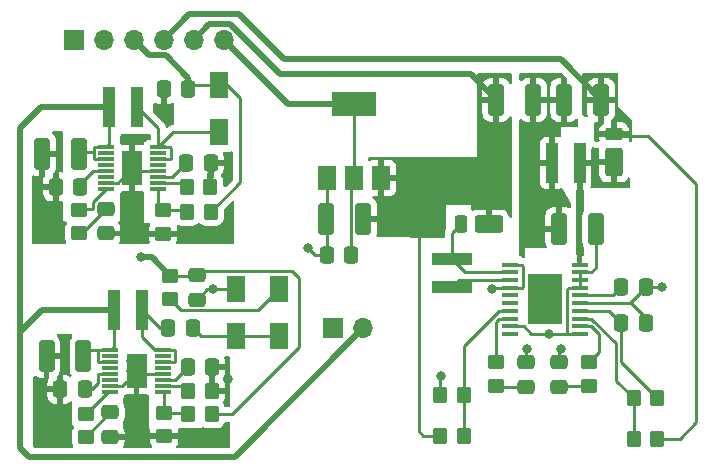
<source format=gbr>
%TF.GenerationSoftware,KiCad,Pcbnew,7.0.6-0*%
%TF.CreationDate,2024-01-22T13:27:35-05:00*%
%TF.ProjectId,regulators,72656775-6c61-4746-9f72-732e6b696361,rev?*%
%TF.SameCoordinates,Original*%
%TF.FileFunction,Copper,L1,Top*%
%TF.FilePolarity,Positive*%
%FSLAX46Y46*%
G04 Gerber Fmt 4.6, Leading zero omitted, Abs format (unit mm)*
G04 Created by KiCad (PCBNEW 7.0.6-0) date 2024-01-22 13:27:35*
%MOMM*%
%LPD*%
G01*
G04 APERTURE LIST*
G04 Aperture macros list*
%AMRoundRect*
0 Rectangle with rounded corners*
0 $1 Rounding radius*
0 $2 $3 $4 $5 $6 $7 $8 $9 X,Y pos of 4 corners*
0 Add a 4 corners polygon primitive as box body*
4,1,4,$2,$3,$4,$5,$6,$7,$8,$9,$2,$3,0*
0 Add four circle primitives for the rounded corners*
1,1,$1+$1,$2,$3*
1,1,$1+$1,$4,$5*
1,1,$1+$1,$6,$7*
1,1,$1+$1,$8,$9*
0 Add four rect primitives between the rounded corners*
20,1,$1+$1,$2,$3,$4,$5,0*
20,1,$1+$1,$4,$5,$6,$7,0*
20,1,$1+$1,$6,$7,$8,$9,0*
20,1,$1+$1,$8,$9,$2,$3,0*%
G04 Aperture macros list end*
%TA.AperFunction,SMDPad,CuDef*%
%ADD10RoundRect,0.250000X-0.475000X0.337500X-0.475000X-0.337500X0.475000X-0.337500X0.475000X0.337500X0*%
%TD*%
%TA.AperFunction,SMDPad,CuDef*%
%ADD11RoundRect,0.250000X0.350000X0.450000X-0.350000X0.450000X-0.350000X-0.450000X0.350000X-0.450000X0*%
%TD*%
%TA.AperFunction,SMDPad,CuDef*%
%ADD12R,1.425000X0.300000*%
%TD*%
%TA.AperFunction,SMDPad,CuDef*%
%ADD13R,1.753000X2.947000*%
%TD*%
%TA.AperFunction,SMDPad,CuDef*%
%ADD14R,0.980000X3.400000*%
%TD*%
%TA.AperFunction,SMDPad,CuDef*%
%ADD15R,3.400000X0.980000*%
%TD*%
%TA.AperFunction,SMDPad,CuDef*%
%ADD16RoundRect,0.250000X-0.500000X0.950000X-0.500000X-0.950000X0.500000X-0.950000X0.500000X0.950000X0*%
%TD*%
%TA.AperFunction,SMDPad,CuDef*%
%ADD17RoundRect,0.250000X-0.500000X0.275000X-0.500000X-0.275000X0.500000X-0.275000X0.500000X0.275000X0*%
%TD*%
%TA.AperFunction,SMDPad,CuDef*%
%ADD18RoundRect,0.250000X-0.412500X-1.100000X0.412500X-1.100000X0.412500X1.100000X-0.412500X1.100000X0*%
%TD*%
%TA.AperFunction,ComponentPad*%
%ADD19R,1.700000X1.700000*%
%TD*%
%TA.AperFunction,ComponentPad*%
%ADD20O,1.700000X1.700000*%
%TD*%
%TA.AperFunction,SMDPad,CuDef*%
%ADD21RoundRect,0.250000X-0.337500X-0.475000X0.337500X-0.475000X0.337500X0.475000X-0.337500X0.475000X0*%
%TD*%
%TA.AperFunction,SMDPad,CuDef*%
%ADD22RoundRect,0.250000X0.337500X0.475000X-0.337500X0.475000X-0.337500X-0.475000X0.337500X-0.475000X0*%
%TD*%
%TA.AperFunction,SMDPad,CuDef*%
%ADD23R,1.600000X2.250000*%
%TD*%
%TA.AperFunction,SMDPad,CuDef*%
%ADD24RoundRect,0.250000X-0.350000X-0.450000X0.350000X-0.450000X0.350000X0.450000X-0.350000X0.450000X0*%
%TD*%
%TA.AperFunction,SMDPad,CuDef*%
%ADD25RoundRect,0.250000X-0.450000X0.350000X-0.450000X-0.350000X0.450000X-0.350000X0.450000X0.350000X0*%
%TD*%
%TA.AperFunction,SMDPad,CuDef*%
%ADD26RoundRect,0.250000X0.450000X-0.350000X0.450000X0.350000X-0.450000X0.350000X-0.450000X-0.350000X0*%
%TD*%
%TA.AperFunction,SMDPad,CuDef*%
%ADD27R,1.500000X2.000000*%
%TD*%
%TA.AperFunction,SMDPad,CuDef*%
%ADD28R,3.800000X2.000000*%
%TD*%
%TA.AperFunction,SMDPad,CuDef*%
%ADD29RoundRect,0.250000X-0.950000X-0.500000X0.950000X-0.500000X0.950000X0.500000X-0.950000X0.500000X0*%
%TD*%
%TA.AperFunction,SMDPad,CuDef*%
%ADD30RoundRect,0.250000X-0.275000X-0.500000X0.275000X-0.500000X0.275000X0.500000X-0.275000X0.500000X0*%
%TD*%
%TA.AperFunction,SMDPad,CuDef*%
%ADD31R,1.450000X0.450000*%
%TD*%
%TA.AperFunction,SMDPad,CuDef*%
%ADD32R,3.000000X4.200000*%
%TD*%
%TA.AperFunction,SMDPad,CuDef*%
%ADD33RoundRect,0.250000X0.412500X1.100000X-0.412500X1.100000X-0.412500X-1.100000X0.412500X-1.100000X0*%
%TD*%
%TA.AperFunction,ViaPad*%
%ADD34C,0.800000*%
%TD*%
%TA.AperFunction,Conductor*%
%ADD35C,0.500000*%
%TD*%
%TA.AperFunction,Conductor*%
%ADD36C,0.250000*%
%TD*%
G04 APERTURE END LIST*
D10*
%TO.P,CN3,1*%
%TO.N,Net-(CN3-Pad1)*%
X77355500Y-80948500D03*
%TO.P,CN3,2*%
%TO.N,GND*%
X77355500Y-83023500D03*
%TD*%
D11*
%TO.P,RFB1_1,1*%
%TO.N,Net-(U1-FB1)*%
X107311000Y-79499000D03*
%TO.P,RFB1_1,2*%
%TO.N,GND*%
X105311000Y-79499000D03*
%TD*%
D12*
%TO.P,IC1,1,EN/UVLO*%
%TO.N,+3.7 V*%
X77025000Y-58515000D03*
%TO.P,IC1,2,NO_PIN_1*%
%TO.N,unconnected-(IC1-NO_PIN_1-Pad2)*%
X77025000Y-59015000D03*
%TO.P,IC1,3,VIN*%
%TO.N,+3.7 V*%
X77025000Y-59515000D03*
%TO.P,IC1,4,NO_PIN_2*%
%TO.N,unconnected-(IC1-NO_PIN_2-Pad4)*%
X77025000Y-60015000D03*
%TO.P,IC1,5,INTVCC*%
%TO.N,Net-(IC1-INTVCC)*%
X77025000Y-60515000D03*
%TO.P,IC1,6,NC*%
%TO.N,unconnected-(IC1-NC-Pad6)*%
X77025000Y-61015000D03*
%TO.P,IC1,7,BIAS*%
%TO.N,GND*%
X77025000Y-61515000D03*
%TO.P,IC1,8,VC*%
%TO.N,Net-(IC1-VC)*%
X77025000Y-62015000D03*
%TO.P,IC1,9,FBX*%
%TO.N,Net-(IC1-FBX)*%
X81449000Y-62015000D03*
%TO.P,IC1,10,RT*%
%TO.N,Net-(IC1-RT)*%
X81449000Y-61515000D03*
%TO.P,IC1,11,SS*%
%TO.N,Net-(IC1-SS)*%
X81449000Y-61015000D03*
%TO.P,IC1,12,SYNC/MODE*%
%TO.N,GND*%
X81449000Y-60515000D03*
%TO.P,IC1,13,NO_PIN_3*%
%TO.N,unconnected-(IC1-NO_PIN_3-Pad13)*%
X81449000Y-60015000D03*
%TO.P,IC1,14,SW2*%
%TO.N,Net-(DP1-A)*%
X81449000Y-59515000D03*
%TO.P,IC1,15,NO_PIN_4*%
%TO.N,unconnected-(IC1-NO_PIN_4-Pad15)*%
X81449000Y-59015000D03*
%TO.P,IC1,16,SW1*%
%TO.N,Net-(DP1-A)*%
X81449000Y-58515000D03*
D13*
%TO.P,IC1,17,PGND*%
%TO.N,GND*%
X79237000Y-60265000D03*
%TD*%
D14*
%TO.P,L2_1,1,1*%
%TO.N,Net-(D1-canode)*%
X117106000Y-59820000D03*
%TO.P,L2_1,2,2*%
%TO.N,GND*%
X114736000Y-59820000D03*
%TD*%
D11*
%TO.P,RP4,1*%
%TO.N,+34 V*%
X85878000Y-63976000D03*
%TO.P,RP4,2*%
%TO.N,Net-(IC1-FBX)*%
X83878000Y-63976000D03*
%TD*%
D15*
%TO.P,L1_1,1,1*%
%TO.N,Net-(U1-INBK)*%
X106311000Y-70361000D03*
%TO.P,L1_1,2,2*%
%TO.N,Net-(D2-anode)*%
X106311000Y-67991000D03*
%TD*%
D16*
%TO.P,D1,1,canode*%
%TO.N,Net-(D1-canode)*%
X120027000Y-59782000D03*
D17*
%TO.P,D1,2,anode*%
%TO.N,-15V*%
X120027000Y-57407000D03*
%TD*%
D18*
%TO.P,CP1,1*%
%TO.N,GND*%
X71589500Y-59055000D03*
%TO.P,CP1,2*%
%TO.N,+3.7 V*%
X74714500Y-59055000D03*
%TD*%
D19*
%TO.P,J2,1,Pin_1*%
%TO.N,GND*%
X96236000Y-73832000D03*
D20*
%TO.P,J2,2,Pin_2*%
%TO.N,+3.7 V*%
X98776000Y-73832000D03*
%TD*%
D21*
%TO.P,CVREF_1,1*%
%TO.N,Net-(U1-VREF)*%
X120640500Y-73409000D03*
%TO.P,CVREF_1,2*%
%TO.N,GND*%
X122715500Y-73409000D03*
%TD*%
D22*
%TO.P,CVREG_1,1*%
%TO.N,GND*%
X122715500Y-70361000D03*
%TO.P,CVREG_1,2*%
%TO.N,Net-(U1-VREG)*%
X120640500Y-70361000D03*
%TD*%
D23*
%TO.P,DP1,1,K*%
%TO.N,+34 V*%
X86614000Y-53245000D03*
%TO.P,DP1,2,A*%
%TO.N,Net-(DP1-A)*%
X86614000Y-57245000D03*
%TD*%
D24*
%TO.P,RP1,1*%
%TO.N,Net-(IC1-RT)*%
X83836000Y-61849000D03*
%TO.P,RP1,2*%
%TO.N,GND*%
X85836000Y-61849000D03*
%TD*%
D21*
%TO.P,CN2,1*%
%TO.N,Net-(IC2-SS)*%
X83925500Y-77089000D03*
%TO.P,CN2,2*%
%TO.N,GND*%
X86000500Y-77089000D03*
%TD*%
D25*
%TO.P,RP3,1*%
%TO.N,Net-(IC1-FBX)*%
X81830000Y-63849000D03*
%TO.P,RP3,2*%
%TO.N,GND*%
X81830000Y-65849000D03*
%TD*%
D11*
%TO.P,RFT1_1,1*%
%TO.N,Net-(U1-FB1)*%
X107295000Y-82928000D03*
%TO.P,RFT1_1,2*%
%TO.N,+15 V*%
X105295000Y-82928000D03*
%TD*%
D26*
%TO.P,RC2_1,1*%
%TO.N,Net-(CC2_1-Pad2)*%
X117868000Y-78721000D03*
%TO.P,RC2_1,2*%
%TO.N,Net-(U1-COMP2)*%
X117868000Y-76721000D03*
%TD*%
D10*
%TO.P,CN5,1*%
%TO.N,-34 V*%
X84709000Y-69320500D03*
%TO.P,CN5,2*%
%TO.N,GND*%
X84709000Y-71395500D03*
%TD*%
D12*
%TO.P,IC2,1,EN/UVLO*%
%TO.N,+3.7 V*%
X77376500Y-75692000D03*
%TO.P,IC2,2,NO_PIN_1*%
%TO.N,unconnected-(IC2-NO_PIN_1-Pad2)*%
X77376500Y-76192000D03*
%TO.P,IC2,3,VIN*%
%TO.N,+3.7 V*%
X77376500Y-76692000D03*
%TO.P,IC2,4,NO_PIN_2*%
%TO.N,unconnected-(IC2-NO_PIN_2-Pad4)*%
X77376500Y-77192000D03*
%TO.P,IC2,5,INTVCC*%
%TO.N,Net-(IC2-INTVCC)*%
X77376500Y-77692000D03*
%TO.P,IC2,6,NC*%
%TO.N,unconnected-(IC2-NC-Pad6)*%
X77376500Y-78192000D03*
%TO.P,IC2,7,BIAS*%
%TO.N,GND*%
X77376500Y-78692000D03*
%TO.P,IC2,8,VC*%
%TO.N,Net-(IC2-VC)*%
X77376500Y-79192000D03*
%TO.P,IC2,9,FBX*%
%TO.N,Net-(IC2-FBX)*%
X81800500Y-79192000D03*
%TO.P,IC2,10,RT*%
%TO.N,Net-(IC2-RT)*%
X81800500Y-78692000D03*
%TO.P,IC2,11,SS*%
%TO.N,Net-(IC2-SS)*%
X81800500Y-78192000D03*
%TO.P,IC2,12,SYNC/MODE*%
%TO.N,GND*%
X81800500Y-77692000D03*
%TO.P,IC2,13,NO_PIN_3*%
%TO.N,unconnected-(IC2-NO_PIN_3-Pad13)*%
X81800500Y-77192000D03*
%TO.P,IC2,14,SW2*%
%TO.N,Net-(IC2-SW1)*%
X81800500Y-76692000D03*
%TO.P,IC2,15,NO_PIN_4*%
%TO.N,unconnected-(IC2-NO_PIN_4-Pad15)*%
X81800500Y-76192000D03*
%TO.P,IC2,16,SW1*%
%TO.N,Net-(IC2-SW1)*%
X81800500Y-75692000D03*
D13*
%TO.P,IC2,17,PGND*%
%TO.N,GND*%
X79588500Y-77442000D03*
%TD*%
D27*
%TO.P,U2,1,GND*%
%TO.N,GND*%
X95714000Y-61107000D03*
%TO.P,U2,2,OUTPUT*%
%TO.N,+5 V*%
X98014000Y-61107000D03*
D28*
X98014000Y-54807000D03*
D27*
%TO.P,U2,3,INPUT*%
%TO.N,+15 V*%
X100314000Y-61107000D03*
%TD*%
D22*
%TO.P,CP5,1*%
%TO.N,+34 V*%
X83968500Y-53594000D03*
%TO.P,CP5,2*%
%TO.N,GND*%
X81893500Y-53594000D03*
%TD*%
D14*
%TO.P,LP1,1,1*%
%TO.N,+3.7 V*%
X77301000Y-55118000D03*
%TO.P,LP1,2,2*%
%TO.N,Net-(DP1-A)*%
X79671000Y-55118000D03*
%TD*%
D19*
%TO.P,J1,1,Pin_1*%
%TO.N,GND*%
X74295000Y-49403000D03*
D20*
%TO.P,J1,2,Pin_2*%
%TO.N,-34 V*%
X76835000Y-49403000D03*
%TO.P,J1,3,Pin_3*%
%TO.N,+34 V*%
X79375000Y-49403000D03*
%TO.P,J1,4,Pin_4*%
%TO.N,-15V*%
X81915000Y-49403000D03*
%TO.P,J1,5,Pin_5*%
%TO.N,+15 V*%
X84455000Y-49403000D03*
%TO.P,J1,6,Pin_6*%
%TO.N,+5 V*%
X86995000Y-49403000D03*
%TD*%
D24*
%TO.P,RFT2_1,1*%
%TO.N,Net-(U1-FB2)*%
X121694000Y-83182000D03*
%TO.P,RFT2_1,2*%
%TO.N,-15V*%
X123694000Y-83182000D03*
%TD*%
D22*
%TO.P,CN4,1*%
%TO.N,Net-(IC2-INTVCC)*%
X75205500Y-78994000D03*
%TO.P,CN4,2*%
%TO.N,GND*%
X73130500Y-78994000D03*
%TD*%
D29*
%TO.P,D2,1,canode*%
%TO.N,+15 V*%
X109447000Y-65027000D03*
D30*
%TO.P,D2,2,anode*%
%TO.N,Net-(D2-anode)*%
X107072000Y-65027000D03*
%TD*%
D24*
%TO.P,RN1,1*%
%TO.N,Net-(IC2-RT)*%
X83963000Y-79121000D03*
%TO.P,RN1,2*%
%TO.N,GND*%
X85963000Y-79121000D03*
%TD*%
D10*
%TO.P,CC1_1,1*%
%TO.N,GND*%
X112534000Y-76705000D03*
%TO.P,CC1_1,2*%
%TO.N,Net-(CC1_1-Pad2)*%
X112534000Y-78780000D03*
%TD*%
D26*
%TO.P,RN5,1*%
%TO.N,Net-(DN1-A)*%
X82423000Y-71358000D03*
%TO.P,RN5,2*%
%TO.N,-34 V*%
X82423000Y-69358000D03*
%TD*%
D10*
%TO.P,CP3,1*%
%TO.N,Net-(CP3-Pad1)*%
X77004000Y-63722000D03*
%TO.P,CP3,2*%
%TO.N,GND*%
X77004000Y-65797000D03*
%TD*%
D18*
%TO.P,CN1,1*%
%TO.N,GND*%
X71970500Y-76200000D03*
%TO.P,CN1,2*%
%TO.N,+3.7 V*%
X75095500Y-76200000D03*
%TD*%
D25*
%TO.P,RN3,1*%
%TO.N,Net-(IC2-FBX)*%
X81927500Y-80970000D03*
%TO.P,RN3,2*%
%TO.N,GND*%
X81927500Y-82970000D03*
%TD*%
D11*
%TO.P,RN4,1*%
%TO.N,-34 V*%
X85975500Y-81097000D03*
%TO.P,RN4,2*%
%TO.N,Net-(IC2-FBX)*%
X83975500Y-81097000D03*
%TD*%
D23*
%TO.P,DN1,1,K*%
%TO.N,Net-(DN1-K)*%
X91694000Y-74517000D03*
%TO.P,DN1,2,A*%
%TO.N,Net-(DN1-A)*%
X91694000Y-70517000D03*
%TD*%
%TO.P,DN2,1,K*%
%TO.N,GND*%
X88011000Y-70517000D03*
%TO.P,DN2,2,A*%
%TO.N,Net-(DN1-K)*%
X88011000Y-74517000D03*
%TD*%
D22*
%TO.P,CP4,1*%
%TO.N,Net-(IC1-INTVCC)*%
X74824500Y-61849000D03*
%TO.P,CP4,2*%
%TO.N,GND*%
X72749500Y-61849000D03*
%TD*%
D18*
%TO.P,COUT2_1,1*%
%TO.N,GND*%
X115797500Y-54486000D03*
%TO.P,COUT2_1,2*%
%TO.N,-15V*%
X118922500Y-54486000D03*
%TD*%
D26*
%TO.P,RC1_1,1*%
%TO.N,Net-(CC1_1-Pad2)*%
X109994000Y-78721000D03*
%TO.P,RC1_1,2*%
%TO.N,Net-(U1-COMP1)*%
X109994000Y-76721000D03*
%TD*%
D31*
%TO.P,U1,1,PGND*%
%TO.N,GND*%
X111223000Y-68449000D03*
%TO.P,U1,2,SW1*%
%TO.N,Net-(D2-anode)*%
X111223000Y-69099000D03*
%TO.P,U1,3,INBK*%
%TO.N,Net-(U1-INBK)*%
X111223000Y-69749000D03*
%TO.P,U1,4,SYNC/FREQ*%
%TO.N,GND*%
X111223000Y-70399000D03*
%TO.P,U1,5,SEQ*%
%TO.N,unconnected-(U1-SEQ-Pad5)*%
X111223000Y-71049000D03*
%TO.P,U1,6,SLEW*%
%TO.N,unconnected-(U1-SLEW-Pad6)*%
X111223000Y-71699000D03*
%TO.P,U1,7,FB1*%
%TO.N,Net-(U1-FB1)*%
X111223000Y-72349000D03*
%TO.P,U1,8,COMP1*%
%TO.N,Net-(U1-COMP1)*%
X111223000Y-72999000D03*
%TO.P,U1,9,EN1*%
%TO.N,+3.7 V*%
X111223000Y-73649000D03*
%TO.P,U1,10,SS*%
%TO.N,unconnected-(U1-SS-Pad10)*%
X111223000Y-74299000D03*
%TO.P,U1,11,EN2*%
%TO.N,+3.7 V*%
X117123000Y-74299000D03*
%TO.P,U1,12,COMP2*%
%TO.N,Net-(U1-COMP2)*%
X117123000Y-73649000D03*
%TO.P,U1,13,FB2*%
%TO.N,Net-(U1-FB2)*%
X117123000Y-72999000D03*
%TO.P,U1,14,VREF*%
%TO.N,Net-(U1-VREF)*%
X117123000Y-72349000D03*
%TO.P,U1,15,AGND*%
%TO.N,GND*%
X117123000Y-71699000D03*
%TO.P,U1,16,VREG*%
%TO.N,Net-(U1-VREG)*%
X117123000Y-71049000D03*
%TO.P,U1,17,PVIN1*%
%TO.N,+3.7 V*%
X117123000Y-70399000D03*
%TO.P,U1,18,PVINSYS*%
X117123000Y-69749000D03*
%TO.P,U1,19,PVIN2*%
X117123000Y-69099000D03*
%TO.P,U1,20,SW2*%
%TO.N,Net-(D1-canode)*%
X117123000Y-68449000D03*
D32*
%TO.P,U1,21,AGND*%
%TO.N,GND*%
X114173000Y-71374000D03*
%TD*%
D14*
%TO.P,LN1,1,1*%
%TO.N,+3.7 V*%
X77682000Y-72263000D03*
%TO.P,LN1,2,2*%
%TO.N,Net-(IC2-SW1)*%
X80052000Y-72263000D03*
%TD*%
D18*
%TO.P,CIN_1,1*%
%TO.N,GND*%
X115378000Y-65408000D03*
%TO.P,CIN_1,2*%
%TO.N,+3.7 V*%
X118503000Y-65408000D03*
%TD*%
D33*
%TO.P,C1,1*%
%TO.N,+15 V*%
X98776000Y-64561000D03*
%TO.P,C1,2*%
%TO.N,GND*%
X95651000Y-64561000D03*
%TD*%
D21*
%TO.P,CN6,1*%
%TO.N,Net-(IC2-SW1)*%
X82274500Y-73787000D03*
%TO.P,CN6,2*%
%TO.N,Net-(DN1-K)*%
X84349500Y-73787000D03*
%TD*%
D10*
%TO.P,CC2_1,1*%
%TO.N,GND*%
X115328000Y-76705000D03*
%TO.P,CC2_1,2*%
%TO.N,Net-(CC2_1-Pad2)*%
X115328000Y-78780000D03*
%TD*%
D25*
%TO.P,RP2,1*%
%TO.N,Net-(IC1-VC)*%
X74718000Y-63770000D03*
%TO.P,RP2,2*%
%TO.N,Net-(CP3-Pad1)*%
X74718000Y-65770000D03*
%TD*%
D21*
%TO.P,CP2,1*%
%TO.N,Net-(IC1-SS)*%
X83798500Y-59817000D03*
%TO.P,CP2,2*%
%TO.N,GND*%
X85873500Y-59817000D03*
%TD*%
D18*
%TO.P,COUT1_1,1*%
%TO.N,+15 V*%
X110044000Y-54486000D03*
%TO.P,COUT1_1,2*%
%TO.N,GND*%
X113169000Y-54486000D03*
%TD*%
D22*
%TO.P,C2,1*%
%TO.N,+5 V*%
X97781500Y-67609000D03*
%TO.P,C2,2*%
%TO.N,GND*%
X95706500Y-67609000D03*
%TD*%
D11*
%TO.P,RFB2_1,1*%
%TO.N,Net-(U1-VREF)*%
X123694000Y-79753000D03*
%TO.P,RFB2_1,2*%
%TO.N,Net-(U1-FB2)*%
X121694000Y-79753000D03*
%TD*%
D25*
%TO.P,RN2,1*%
%TO.N,Net-(IC2-VC)*%
X75311000Y-81042000D03*
%TO.P,RN2,2*%
%TO.N,Net-(CN3-Pad1)*%
X75311000Y-83042000D03*
%TD*%
D34*
%TO.N,GND*%
X113411000Y-69977000D03*
X124079000Y-70358000D03*
X79654400Y-61061600D03*
X78856000Y-60166000D03*
X113030000Y-63754000D03*
X78856000Y-59277000D03*
X94107000Y-67056000D03*
X114300000Y-71882000D03*
X113411000Y-70993000D03*
X114300000Y-69977000D03*
X87376000Y-78105000D03*
X105410000Y-77851000D03*
X72644000Y-81915000D03*
X79969500Y-77442000D03*
X79969500Y-78331000D03*
X115189000Y-71882000D03*
X109728000Y-70485000D03*
X115189000Y-72771000D03*
X112649000Y-75565000D03*
X79146400Y-76555600D03*
X115189000Y-69977000D03*
X86106000Y-70485000D03*
X113411000Y-71882000D03*
X79654400Y-60147200D03*
X79146400Y-77419200D03*
X79654400Y-59283600D03*
X115062000Y-70993000D03*
X114300000Y-70993000D03*
X114173000Y-72771000D03*
X79969500Y-76553000D03*
X72263000Y-64643000D03*
X79146400Y-78333600D03*
X82042000Y-55626000D03*
X115570000Y-75565000D03*
X78856000Y-61055000D03*
X87249000Y-60833000D03*
X113284000Y-72771000D03*
%TO.N,+3.7 V*%
X114554000Y-74299000D03*
%TO.N,-34 V*%
X80010000Y-67818000D03*
%TD*%
D35*
%TO.N,+15 V*%
X84455000Y-49403000D02*
X85755000Y-48103000D01*
X85755000Y-48103000D02*
X87533478Y-48103000D01*
D36*
X105295000Y-82928000D02*
X105292000Y-82931000D01*
D35*
X91754478Y-52324000D02*
X107882000Y-52324000D01*
X107882000Y-52324000D02*
X110044000Y-54486000D01*
D36*
X103886000Y-82931000D02*
X103505000Y-82550000D01*
D35*
X87533478Y-48103000D02*
X91754478Y-52324000D01*
D36*
X105292000Y-82931000D02*
X103886000Y-82931000D01*
X103505000Y-82550000D02*
X103505000Y-61025000D01*
%TO.N,GND*%
X85587500Y-70517000D02*
X86074000Y-70517000D01*
X77409000Y-82970000D02*
X77355500Y-83023500D01*
X79588500Y-77442000D02*
X79611300Y-77419200D01*
X124076000Y-70361000D02*
X124079000Y-70358000D01*
X84709000Y-71395500D02*
X85587500Y-70517000D01*
X105311000Y-79499000D02*
X105311000Y-77950000D01*
X122715500Y-73409000D02*
X122715500Y-72931500D01*
X109814000Y-70399000D02*
X109728000Y-70485000D01*
X121493750Y-71582750D02*
X122715500Y-70361000D01*
X105311000Y-77950000D02*
X105410000Y-77851000D01*
X79336000Y-60166000D02*
X79654400Y-60147200D01*
X79146400Y-77884100D02*
X79146400Y-77884100D01*
X112534000Y-75680000D02*
X112649000Y-75565000D01*
X86106000Y-70485000D02*
X86138000Y-70517000D01*
X79146400Y-77884100D02*
X79146400Y-78333600D01*
X79611300Y-77419200D02*
X79146400Y-77419200D01*
X117123000Y-71699000D02*
X121377500Y-71699000D01*
X121493750Y-71709750D02*
X121493750Y-71582750D01*
X80219500Y-77692000D02*
X79969500Y-77442000D01*
X86074000Y-70517000D02*
X86106000Y-70485000D01*
X115328000Y-75807000D02*
X115570000Y-75565000D01*
X95651000Y-64561000D02*
X95714000Y-64498000D01*
X95706500Y-67609000D02*
X95706500Y-64616500D01*
X112534000Y-76705000D02*
X112534000Y-75680000D01*
X94660000Y-67609000D02*
X94107000Y-67056000D01*
X122715500Y-70361000D02*
X124076000Y-70361000D01*
X81449000Y-60515000D02*
X79487000Y-60515000D01*
X79146400Y-78333600D02*
X78696900Y-78333600D01*
X95706500Y-67609000D02*
X94660000Y-67609000D01*
X79654400Y-60147200D02*
X79237000Y-60265000D01*
X79146400Y-77419200D02*
X79146400Y-77884100D01*
X86138000Y-70517000D02*
X88011000Y-70517000D01*
X81778000Y-65797000D02*
X81830000Y-65849000D01*
X121377500Y-71699000D02*
X121493750Y-71582750D01*
X81800500Y-77692000D02*
X80219500Y-77692000D01*
X95706500Y-64616500D02*
X95651000Y-64561000D01*
X78338500Y-78692000D02*
X77376500Y-78692000D01*
X112273000Y-68524000D02*
X112273000Y-70324000D01*
X112273000Y-70324000D02*
X112198000Y-70399000D01*
X112198000Y-68449000D02*
X112273000Y-68524000D01*
X122715500Y-72931500D02*
X121493750Y-71709750D01*
X78696900Y-78333600D02*
X78338500Y-78692000D01*
X77025000Y-61515000D02*
X77987000Y-61515000D01*
X79487000Y-60515000D02*
X79237000Y-60265000D01*
X79838500Y-77692000D02*
X79588500Y-77442000D01*
X79969500Y-77442000D02*
X79838500Y-77692000D01*
X112198000Y-70399000D02*
X111223000Y-70399000D01*
X77987000Y-61515000D02*
X78447000Y-61055000D01*
X115328000Y-76705000D02*
X115328000Y-75807000D01*
X111223000Y-68449000D02*
X112198000Y-68449000D01*
X111223000Y-70399000D02*
X109814000Y-70399000D01*
X95714000Y-64498000D02*
X95714000Y-61107000D01*
X85661500Y-61398500D02*
X85624000Y-61436000D01*
X78447000Y-61055000D02*
X78856000Y-61055000D01*
%TO.N,+5 V*%
X97781500Y-67609000D02*
X97781500Y-61339500D01*
X98014000Y-61107000D02*
X98014000Y-54807000D01*
X97781500Y-61339500D02*
X98014000Y-61107000D01*
D35*
X86995000Y-49403000D02*
X92399000Y-54807000D01*
X92399000Y-54807000D02*
X98014000Y-54807000D01*
D36*
%TO.N,Net-(CC1_1-Pad2)*%
X110053000Y-78780000D02*
X109994000Y-78721000D01*
X112534000Y-78780000D02*
X110053000Y-78780000D01*
%TO.N,Net-(CC2_1-Pad2)*%
X115387000Y-78721000D02*
X115328000Y-78780000D01*
X117868000Y-78721000D02*
X115387000Y-78721000D01*
%TO.N,+3.7 V*%
X76339000Y-76667000D02*
X76339000Y-75717000D01*
X76012500Y-59515000D02*
X75987500Y-59490000D01*
D35*
X69723000Y-74168000D02*
X71628000Y-72263000D01*
D36*
X117123000Y-74299000D02*
X115951000Y-74299000D01*
D35*
X69723000Y-74168000D02*
X69723000Y-56896000D01*
D36*
X117123000Y-69099000D02*
X117123000Y-70399000D01*
X75603500Y-75692000D02*
X77376500Y-75692000D01*
X118503000Y-68694000D02*
X118503000Y-65408000D01*
X117123000Y-69099000D02*
X118098000Y-69099000D01*
X75987500Y-58928000D02*
X74841500Y-58928000D01*
X115998000Y-74252000D02*
X115951000Y-74299000D01*
D35*
X70485000Y-84709000D02*
X69723000Y-83947000D01*
D36*
X77682000Y-72263000D02*
X77682000Y-75386500D01*
X116148000Y-70399000D02*
X115998000Y-70549000D01*
X113023000Y-74299000D02*
X112373000Y-73649000D01*
D35*
X98776000Y-73832000D02*
X87899000Y-84709000D01*
D36*
X76364000Y-75692000D02*
X77376500Y-75692000D01*
X115998000Y-70549000D02*
X115998000Y-74252000D01*
X77301000Y-58239000D02*
X77025000Y-58515000D01*
X75987500Y-58928000D02*
X75987500Y-58540000D01*
X75987500Y-59490000D02*
X75987500Y-58928000D01*
D35*
X87899000Y-84709000D02*
X70485000Y-84709000D01*
D36*
X76012500Y-58515000D02*
X77025000Y-58515000D01*
X77376500Y-76692000D02*
X76364000Y-76692000D01*
X74841500Y-58928000D02*
X74714500Y-59055000D01*
X75095500Y-76200000D02*
X75603500Y-75692000D01*
X112373000Y-73649000D02*
X111223000Y-73649000D01*
X115951000Y-74299000D02*
X114554000Y-74299000D01*
X76339000Y-75717000D02*
X76364000Y-75692000D01*
X117123000Y-70399000D02*
X116148000Y-70399000D01*
X77301000Y-55118000D02*
X77301000Y-58239000D01*
X77682000Y-75386500D02*
X77376500Y-75692000D01*
D35*
X71501000Y-55118000D02*
X77301000Y-55118000D01*
X69723000Y-56896000D02*
X71501000Y-55118000D01*
D36*
X76364000Y-76692000D02*
X76339000Y-76667000D01*
D35*
X69723000Y-83947000D02*
X69723000Y-74168000D01*
D36*
X75987500Y-58540000D02*
X76012500Y-58515000D01*
D35*
X71628000Y-72263000D02*
X77682000Y-72263000D01*
D36*
X77025000Y-59515000D02*
X76012500Y-59515000D01*
X118098000Y-69099000D02*
X118503000Y-68694000D01*
X114554000Y-74299000D02*
X113023000Y-74299000D01*
%TO.N,Net-(IC2-SS)*%
X81800500Y-78192000D02*
X82822500Y-78192000D01*
X82822500Y-78192000D02*
X83925500Y-77089000D01*
%TO.N,Net-(CN3-Pad1)*%
X75311000Y-82993000D02*
X77355500Y-80948500D01*
X75311000Y-83042000D02*
X75311000Y-82993000D01*
%TO.N,Net-(IC2-INTVCC)*%
X75205500Y-78994000D02*
X75819000Y-78994000D01*
X76364000Y-77692000D02*
X77376500Y-77692000D01*
X75819000Y-78994000D02*
X76339000Y-78474000D01*
X76339000Y-77717000D02*
X76364000Y-77692000D01*
X76339000Y-78474000D02*
X76339000Y-77717000D01*
%TO.N,-34 V*%
X85068500Y-68961000D02*
X84709000Y-69320500D01*
X82423000Y-69358000D02*
X84671500Y-69358000D01*
D35*
X80883000Y-67818000D02*
X82423000Y-69358000D01*
D36*
X93345000Y-69593000D02*
X92713000Y-68961000D01*
X87689000Y-81097000D02*
X93345000Y-75441000D01*
D35*
X80010000Y-67818000D02*
X80883000Y-67818000D01*
D36*
X84671500Y-69358000D02*
X84709000Y-69320500D01*
X85975500Y-81097000D02*
X87689000Y-81097000D01*
X93345000Y-75441000D02*
X93345000Y-69593000D01*
X92713000Y-68961000D02*
X85068500Y-68961000D01*
%TO.N,Net-(IC2-SW1)*%
X81800500Y-76692000D02*
X82813000Y-76692000D01*
X80052000Y-74591000D02*
X80052000Y-72263000D01*
X81800500Y-75692000D02*
X81153000Y-75692000D01*
X82813000Y-76692000D02*
X82838000Y-76667000D01*
X82838000Y-75717000D02*
X82813000Y-75692000D01*
X82813000Y-75692000D02*
X81800500Y-75692000D01*
X82838000Y-76667000D02*
X82838000Y-75717000D01*
X82274500Y-73787000D02*
X81576000Y-73787000D01*
X81576000Y-73787000D02*
X80052000Y-72263000D01*
X81153000Y-75692000D02*
X80052000Y-74591000D01*
%TO.N,Net-(DN1-K)*%
X88011000Y-74517000D02*
X91694000Y-74517000D01*
X85079500Y-74517000D02*
X84349500Y-73787000D01*
X88011000Y-74517000D02*
X85079500Y-74517000D01*
D35*
%TO.N,-15V*%
X92075000Y-51054000D02*
X115490500Y-51054000D01*
D36*
X127000000Y-81788000D02*
X127000000Y-61595000D01*
X122936000Y-57531000D02*
X120151000Y-57531000D01*
D35*
X88265000Y-47244000D02*
X92075000Y-51054000D01*
D36*
X123694000Y-83182000D02*
X125606000Y-83182000D01*
D35*
X84074000Y-47244000D02*
X88265000Y-47244000D01*
D36*
X120151000Y-57531000D02*
X120027000Y-57407000D01*
D35*
X115490500Y-51054000D02*
X118922500Y-54486000D01*
D36*
X125606000Y-83182000D02*
X127000000Y-81788000D01*
D35*
X81915000Y-49403000D02*
X84074000Y-47244000D01*
D36*
X127000000Y-61595000D02*
X122936000Y-57531000D01*
%TO.N,Net-(IC1-SS)*%
X81449000Y-61015000D02*
X82600500Y-61015000D01*
X82600500Y-61015000D02*
X83798500Y-59817000D01*
%TO.N,Net-(CP3-Pad1)*%
X74956000Y-65770000D02*
X77004000Y-63722000D01*
X74718000Y-65770000D02*
X74956000Y-65770000D01*
%TO.N,Net-(IC1-INTVCC)*%
X75883000Y-60515000D02*
X77025000Y-60515000D01*
X74824500Y-61849000D02*
X74824500Y-61573500D01*
X74824500Y-61573500D02*
X75883000Y-60515000D01*
%TO.N,+34 V*%
X88392000Y-61462000D02*
X88392000Y-54356000D01*
D35*
X80675000Y-50703000D02*
X82072000Y-50703000D01*
D36*
X87281000Y-53245000D02*
X86614000Y-53245000D01*
X84317500Y-53245000D02*
X83968500Y-53594000D01*
D35*
X79375000Y-49403000D02*
X80675000Y-50703000D01*
D36*
X88392000Y-54356000D02*
X87281000Y-53245000D01*
X86614000Y-53245000D02*
X84317500Y-53245000D01*
D35*
X83968500Y-52599500D02*
X83968500Y-53594000D01*
D36*
X85878000Y-63976000D02*
X88392000Y-61462000D01*
D35*
X82072000Y-50703000D02*
X83968500Y-52599500D01*
D36*
%TO.N,Net-(U1-VREF)*%
X117123000Y-72349000D02*
X119580500Y-72349000D01*
X120640500Y-76699500D02*
X123694000Y-79753000D01*
X119580500Y-72349000D02*
X120640500Y-73409000D01*
X120640500Y-73409000D02*
X120640500Y-76699500D01*
%TO.N,Net-(U1-VREG)*%
X117123000Y-71049000D02*
X119952500Y-71049000D01*
X119952500Y-71049000D02*
X120640500Y-70361000D01*
%TO.N,Net-(D2-anode)*%
X106311000Y-67991000D02*
X107419000Y-69099000D01*
X106311000Y-65788000D02*
X106311000Y-67991000D01*
X107419000Y-69099000D02*
X111223000Y-69099000D01*
X107072000Y-65027000D02*
X106311000Y-65788000D01*
%TO.N,Net-(DN1-A)*%
X82423000Y-71358000D02*
X83373000Y-72308000D01*
X89903000Y-72308000D02*
X91694000Y-70517000D01*
X83373000Y-72308000D02*
X89903000Y-72308000D01*
%TO.N,Net-(DP1-A)*%
X79671000Y-55118000D02*
X81449000Y-56896000D01*
X81449000Y-56896000D02*
X81449000Y-58515000D01*
X82461500Y-59515000D02*
X82486500Y-59490000D01*
X81449000Y-59515000D02*
X82461500Y-59515000D01*
X82719000Y-57245000D02*
X81449000Y-58515000D01*
X86614000Y-57245000D02*
X82719000Y-57245000D01*
X82461500Y-58515000D02*
X81449000Y-58515000D01*
X82486500Y-59490000D02*
X82486500Y-58540000D01*
X82486500Y-58540000D02*
X82461500Y-58515000D01*
%TO.N,Net-(IC1-VC)*%
X77025000Y-62015000D02*
X75946000Y-63094000D01*
X75946000Y-63754000D02*
X74734000Y-63754000D01*
X75946000Y-63094000D02*
X75946000Y-63754000D01*
X74734000Y-63754000D02*
X74718000Y-63770000D01*
%TO.N,Net-(IC1-FBX)*%
X83751000Y-63849000D02*
X83878000Y-63976000D01*
X81449000Y-63468000D02*
X81830000Y-63849000D01*
X81449000Y-62015000D02*
X81449000Y-63468000D01*
X81830000Y-63849000D02*
X83751000Y-63849000D01*
%TO.N,Net-(IC1-RT)*%
X81449000Y-61515000D02*
X83502000Y-61515000D01*
X83502000Y-61515000D02*
X83836000Y-61849000D01*
%TO.N,Net-(IC2-VC)*%
X77161000Y-79192000D02*
X75311000Y-81042000D01*
X77376500Y-79192000D02*
X77161000Y-79192000D01*
%TO.N,Net-(IC2-FBX)*%
X83848500Y-80970000D02*
X83975500Y-81097000D01*
X81927500Y-80970000D02*
X83848500Y-80970000D01*
X81927500Y-80970000D02*
X81927500Y-79319000D01*
X81927500Y-79319000D02*
X81800500Y-79192000D01*
%TO.N,Net-(IC2-RT)*%
X81800500Y-78692000D02*
X83534000Y-78692000D01*
X83534000Y-78692000D02*
X83963000Y-79121000D01*
%TO.N,Net-(U1-INBK)*%
X106923000Y-69749000D02*
X111223000Y-69749000D01*
X106311000Y-70361000D02*
X106923000Y-69749000D01*
%TO.N,Net-(U1-COMP1)*%
X110248000Y-72999000D02*
X111223000Y-72999000D01*
X109994000Y-76721000D02*
X109994000Y-73253000D01*
X109994000Y-73253000D02*
X110248000Y-72999000D01*
%TO.N,Net-(U1-COMP2)*%
X118745000Y-74296000D02*
X118745000Y-75844000D01*
X118098000Y-73649000D02*
X118745000Y-74296000D01*
X117123000Y-73649000D02*
X118098000Y-73649000D01*
X118745000Y-75844000D02*
X117868000Y-76721000D01*
%TO.N,Net-(U1-FB1)*%
X107295000Y-79515000D02*
X107311000Y-79499000D01*
X107311000Y-75299604D02*
X110261604Y-72349000D01*
X110261604Y-72349000D02*
X111223000Y-72349000D01*
X107311000Y-79499000D02*
X107311000Y-75299604D01*
X107295000Y-82928000D02*
X107295000Y-79515000D01*
%TO.N,Net-(U1-FB2)*%
X117123000Y-72999000D02*
X118098000Y-72999000D01*
X120190500Y-78249500D02*
X121694000Y-79753000D01*
X118098000Y-72999000D02*
X120190500Y-75091500D01*
X120190500Y-75091500D02*
X120190500Y-78249500D01*
X121694000Y-83182000D02*
X121694000Y-79753000D01*
%TD*%
%TA.AperFunction,Conductor*%
%TO.N,Net-(D1-canode)*%
G36*
X118271513Y-58501128D02*
G01*
X118278541Y-58504338D01*
X118321313Y-58516897D01*
X118345575Y-58524022D01*
X118345580Y-58524023D01*
X118345584Y-58524024D01*
X118488000Y-58544500D01*
X118488003Y-58544500D01*
X118663952Y-58544500D01*
X118730991Y-58564185D01*
X118776746Y-58616989D01*
X118787310Y-58681103D01*
X118777000Y-58782013D01*
X118777000Y-59532000D01*
X120153000Y-59532000D01*
X120220039Y-59551685D01*
X120265794Y-59604489D01*
X120277000Y-59656000D01*
X120277000Y-61481999D01*
X120576972Y-61481999D01*
X120576986Y-61481998D01*
X120679697Y-61471505D01*
X120846119Y-61416358D01*
X120846124Y-61416356D01*
X120995345Y-61324315D01*
X121119315Y-61200345D01*
X121182461Y-61097970D01*
X121234409Y-61051246D01*
X121303372Y-61040023D01*
X121367454Y-61067867D01*
X121406310Y-61125935D01*
X121412000Y-61163067D01*
X121412000Y-61852000D01*
X121392315Y-61919039D01*
X121339511Y-61964794D01*
X121288000Y-61976000D01*
X118126942Y-61976000D01*
X118059903Y-61956315D01*
X118014148Y-61903511D01*
X118004204Y-61834353D01*
X118027675Y-61777690D01*
X118039350Y-61762092D01*
X118039354Y-61762086D01*
X118089596Y-61627379D01*
X118089598Y-61627372D01*
X118095999Y-61567844D01*
X118096000Y-61567827D01*
X118096000Y-60070000D01*
X117356000Y-60070000D01*
X117356000Y-62020000D01*
X117358078Y-62022078D01*
X117418039Y-62039685D01*
X117463794Y-62092489D01*
X117475000Y-62144000D01*
X117475000Y-63841123D01*
X117456539Y-63906219D01*
X117405689Y-63988659D01*
X117405685Y-63988666D01*
X117405686Y-63988666D01*
X117350501Y-64155203D01*
X117350501Y-64155204D01*
X117350500Y-64155204D01*
X117340000Y-64257983D01*
X117340000Y-66558001D01*
X117340001Y-66558018D01*
X117350500Y-66660796D01*
X117350501Y-66660799D01*
X117405685Y-66827331D01*
X117405686Y-66827334D01*
X117456539Y-66909781D01*
X117475000Y-66974876D01*
X117475000Y-67600000D01*
X117455315Y-67667039D01*
X117402511Y-67712794D01*
X117351000Y-67724000D01*
X117348000Y-67724000D01*
X117348000Y-68249500D01*
X117328315Y-68316539D01*
X117275511Y-68362294D01*
X117224000Y-68373500D01*
X117022000Y-68373500D01*
X116954961Y-68353815D01*
X116909206Y-68301011D01*
X116898000Y-68249500D01*
X116898000Y-67724000D01*
X116876319Y-67702319D01*
X116842834Y-67640996D01*
X116840000Y-67614638D01*
X116840000Y-62087361D01*
X116856000Y-62032871D01*
X116856000Y-60032000D01*
X118777001Y-60032000D01*
X118777001Y-60781986D01*
X118787494Y-60884697D01*
X118842641Y-61051119D01*
X118842643Y-61051124D01*
X118934684Y-61200345D01*
X119058654Y-61324315D01*
X119207875Y-61416356D01*
X119207880Y-61416358D01*
X119374302Y-61471505D01*
X119374309Y-61471506D01*
X119477019Y-61481999D01*
X119776999Y-61481999D01*
X119777000Y-61481998D01*
X119777000Y-60032000D01*
X118777001Y-60032000D01*
X116856000Y-60032000D01*
X116856000Y-59694000D01*
X116875685Y-59626961D01*
X116928489Y-59581206D01*
X116980000Y-59570000D01*
X118096000Y-59570000D01*
X118096000Y-58613922D01*
X118115685Y-58546883D01*
X118168489Y-58501128D01*
X118237647Y-58491184D01*
X118271513Y-58501128D01*
G37*
%TD.AperFunction*%
%TD*%
%TA.AperFunction,Conductor*%
%TO.N,+15 V*%
G36*
X111322039Y-52216685D02*
G01*
X111367794Y-52269489D01*
X111379000Y-52321000D01*
X111379000Y-53018248D01*
X111359315Y-53085287D01*
X111306511Y-53131042D01*
X111237353Y-53140986D01*
X111173797Y-53111961D01*
X111142617Y-53070650D01*
X111140860Y-53066882D01*
X111048815Y-52917654D01*
X110924845Y-52793684D01*
X110775624Y-52701643D01*
X110775619Y-52701641D01*
X110609197Y-52646494D01*
X110609190Y-52646493D01*
X110506486Y-52636000D01*
X110294000Y-52636000D01*
X110294000Y-56335999D01*
X110506472Y-56335999D01*
X110506486Y-56335998D01*
X110609197Y-56325505D01*
X110775619Y-56270358D01*
X110775624Y-56270356D01*
X110924845Y-56178315D01*
X111048815Y-56054345D01*
X111140858Y-55905120D01*
X111142615Y-55901353D01*
X111144509Y-55899200D01*
X111144649Y-55898975D01*
X111144687Y-55898998D01*
X111188784Y-55848911D01*
X111255976Y-55829755D01*
X111322859Y-55849967D01*
X111368196Y-55903129D01*
X111379000Y-55953751D01*
X111379000Y-64337677D01*
X111359315Y-64404716D01*
X111306511Y-64450471D01*
X111237353Y-64460415D01*
X111173797Y-64431390D01*
X111137294Y-64376681D01*
X111081358Y-64207880D01*
X111081356Y-64207875D01*
X110989315Y-64058654D01*
X110865345Y-63934684D01*
X110716124Y-63842643D01*
X110716119Y-63842641D01*
X110549697Y-63787494D01*
X110549690Y-63787493D01*
X110446986Y-63777000D01*
X109697000Y-63777000D01*
X109697000Y-65153000D01*
X109677315Y-65220039D01*
X109624511Y-65265794D01*
X109573000Y-65277000D01*
X109321000Y-65277000D01*
X109253961Y-65257315D01*
X109208206Y-65204511D01*
X109197000Y-65153000D01*
X109197000Y-63777000D01*
X108447028Y-63777000D01*
X108447012Y-63777001D01*
X108344302Y-63787494D01*
X108177880Y-63842641D01*
X108177873Y-63842644D01*
X108139095Y-63866563D01*
X108071703Y-63885002D01*
X108005039Y-63864079D01*
X107960271Y-63810436D01*
X107950000Y-63761023D01*
X107950000Y-63373000D01*
X105791000Y-63373000D01*
X105791000Y-65395380D01*
X105771976Y-65460165D01*
X105772296Y-65460354D01*
X105771551Y-65461611D01*
X105771315Y-65462419D01*
X105769843Y-65464499D01*
X105768324Y-65467068D01*
X105749815Y-65509838D01*
X105747245Y-65515084D01*
X105724803Y-65555906D01*
X105719822Y-65575307D01*
X105713521Y-65593710D01*
X105705562Y-65612102D01*
X105705561Y-65612105D01*
X105698271Y-65658127D01*
X105697087Y-65663846D01*
X105685501Y-65708972D01*
X105685500Y-65708982D01*
X105685500Y-65729016D01*
X105683973Y-65748415D01*
X105680840Y-65768194D01*
X105680839Y-65768197D01*
X105685224Y-65814584D01*
X105685499Y-65820421D01*
X105685500Y-66039280D01*
X105665816Y-66106320D01*
X105613012Y-66152075D01*
X105559500Y-66163265D01*
X100011536Y-66073782D01*
X99944823Y-66053019D01*
X99899926Y-65999484D01*
X99891099Y-65930174D01*
X99895830Y-65910794D01*
X99928005Y-65813697D01*
X99928006Y-65813690D01*
X99938499Y-65710986D01*
X99938500Y-65710973D01*
X99938500Y-64811000D01*
X98650000Y-64811000D01*
X98582961Y-64791315D01*
X98537206Y-64738511D01*
X98526000Y-64687000D01*
X98526000Y-64435000D01*
X98545685Y-64367961D01*
X98598489Y-64322206D01*
X98650000Y-64311000D01*
X99938499Y-64311000D01*
X99938499Y-63411028D01*
X99938498Y-63411013D01*
X99928005Y-63308302D01*
X99872858Y-63141880D01*
X99872856Y-63141875D01*
X99780815Y-62992654D01*
X99656844Y-62868683D01*
X99656840Y-62868680D01*
X99604730Y-62836538D01*
X99558005Y-62784590D01*
X99546784Y-62715628D01*
X99574627Y-62651546D01*
X99632696Y-62612690D01*
X99669827Y-62607000D01*
X100063999Y-62607000D01*
X100563999Y-62607000D01*
X101111828Y-62607000D01*
X101111844Y-62606999D01*
X101171372Y-62600598D01*
X101171379Y-62600596D01*
X101306086Y-62550354D01*
X101306093Y-62550350D01*
X101421187Y-62464190D01*
X101421190Y-62464187D01*
X101507350Y-62349093D01*
X101507354Y-62349086D01*
X101557596Y-62214379D01*
X101557598Y-62214372D01*
X101563999Y-62154844D01*
X101564000Y-62154827D01*
X101564000Y-61357000D01*
X100564000Y-61357000D01*
X100563999Y-62607000D01*
X100063999Y-62607000D01*
X100064000Y-60856999D01*
X100563999Y-60856999D01*
X100564000Y-60857000D01*
X101564000Y-60857000D01*
X101564000Y-60059172D01*
X101563999Y-60059155D01*
X101557598Y-59999627D01*
X101557596Y-59999620D01*
X101507354Y-59864913D01*
X101507350Y-59864906D01*
X101421190Y-59749812D01*
X101421187Y-59749809D01*
X101306093Y-59663649D01*
X101306086Y-59663645D01*
X101171379Y-59613403D01*
X101171372Y-59613401D01*
X101111844Y-59607000D01*
X100564000Y-59607000D01*
X100563999Y-60856999D01*
X100064000Y-60856999D01*
X100064000Y-59607000D01*
X99516155Y-59607000D01*
X99456627Y-59613401D01*
X99456616Y-59613403D01*
X99354332Y-59651553D01*
X99284641Y-59656537D01*
X99223318Y-59623051D01*
X99189833Y-59561728D01*
X99187000Y-59535371D01*
X99187000Y-59433000D01*
X99206685Y-59365961D01*
X99259489Y-59320206D01*
X99311000Y-59309000D01*
X108458000Y-59309000D01*
X108458000Y-54736000D01*
X108881501Y-54736000D01*
X108881501Y-55635986D01*
X108891994Y-55738697D01*
X108947141Y-55905119D01*
X108947143Y-55905124D01*
X109039184Y-56054345D01*
X109163154Y-56178315D01*
X109312375Y-56270356D01*
X109312380Y-56270358D01*
X109478802Y-56325505D01*
X109478809Y-56325506D01*
X109581519Y-56335999D01*
X109793999Y-56335999D01*
X109794000Y-56335998D01*
X109794000Y-54736000D01*
X108881501Y-54736000D01*
X108458000Y-54736000D01*
X108458000Y-54236000D01*
X108881500Y-54236000D01*
X109794000Y-54236000D01*
X109794000Y-52636000D01*
X109581529Y-52636000D01*
X109581512Y-52636001D01*
X109478802Y-52646494D01*
X109312380Y-52701641D01*
X109312375Y-52701643D01*
X109163154Y-52793684D01*
X109039184Y-52917654D01*
X108947143Y-53066875D01*
X108947141Y-53066880D01*
X108891994Y-53233302D01*
X108891993Y-53233309D01*
X108881500Y-53336013D01*
X108881500Y-54236000D01*
X108458000Y-54236000D01*
X108458000Y-52321000D01*
X108477685Y-52253961D01*
X108530489Y-52208206D01*
X108582000Y-52197000D01*
X111255000Y-52197000D01*
X111322039Y-52216685D01*
G37*
%TD.AperFunction*%
%TD*%
%TA.AperFunction,Conductor*%
%TO.N,GND*%
G36*
X73349039Y-57169685D02*
G01*
X73394794Y-57222489D01*
X73406000Y-57274000D01*
X73406000Y-60517881D01*
X73386315Y-60584920D01*
X73333511Y-60630675D01*
X73264353Y-60640619D01*
X73242998Y-60635588D01*
X73239696Y-60634493D01*
X73136986Y-60624000D01*
X72999500Y-60624000D01*
X72999500Y-63073999D01*
X73136972Y-63073999D01*
X73136986Y-63073998D01*
X73239695Y-63063506D01*
X73242987Y-63062415D01*
X73245143Y-63062340D01*
X73246319Y-63062089D01*
X73246363Y-63062298D01*
X73312816Y-63060008D01*
X73372860Y-63095735D01*
X73404057Y-63158253D01*
X73406000Y-63180118D01*
X73406000Y-64770000D01*
X73564967Y-64770000D01*
X73632006Y-64789685D01*
X73677761Y-64842489D01*
X73687705Y-64911647D01*
X73670506Y-64959096D01*
X73583189Y-65100659D01*
X73583185Y-65100668D01*
X73561537Y-65165998D01*
X73528001Y-65267203D01*
X73528001Y-65267204D01*
X73528000Y-65267204D01*
X73517500Y-65369983D01*
X73517500Y-66170001D01*
X73517501Y-66170019D01*
X73528000Y-66272796D01*
X73528001Y-66272799D01*
X73583185Y-66439331D01*
X73583189Y-66439340D01*
X73611910Y-66485904D01*
X73630350Y-66553296D01*
X73609427Y-66619960D01*
X73555785Y-66664729D01*
X73506371Y-66675000D01*
X70863000Y-66675000D01*
X70795961Y-66655315D01*
X70750206Y-66602511D01*
X70739000Y-66551000D01*
X70739000Y-62099000D01*
X71662001Y-62099000D01*
X71662001Y-62373986D01*
X71672494Y-62476697D01*
X71727641Y-62643119D01*
X71727643Y-62643124D01*
X71819684Y-62792345D01*
X71943654Y-62916315D01*
X72092875Y-63008356D01*
X72092880Y-63008358D01*
X72259302Y-63063505D01*
X72259309Y-63063506D01*
X72362019Y-63073999D01*
X72499499Y-63073999D01*
X72499500Y-63073998D01*
X72499500Y-62099000D01*
X71662001Y-62099000D01*
X70739000Y-62099000D01*
X70739000Y-61599000D01*
X71662000Y-61599000D01*
X72499500Y-61599000D01*
X72499500Y-60708000D01*
X72519185Y-60640961D01*
X72571989Y-60595206D01*
X72615445Y-60585752D01*
X72618585Y-60583999D01*
X72686354Y-60474128D01*
X72686358Y-60474119D01*
X72741505Y-60307697D01*
X72741506Y-60307690D01*
X72751999Y-60204986D01*
X72752000Y-60204973D01*
X72752000Y-59305000D01*
X71839500Y-59305000D01*
X71839500Y-60847596D01*
X71819815Y-60914635D01*
X71806323Y-60927313D01*
X71727645Y-61054871D01*
X71727641Y-61054880D01*
X71672494Y-61221302D01*
X71672493Y-61221309D01*
X71662000Y-61324013D01*
X71662000Y-61599000D01*
X70739000Y-61599000D01*
X70739000Y-60971685D01*
X70758685Y-60904646D01*
X70811489Y-60858891D01*
X70880647Y-60848947D01*
X70902004Y-60853979D01*
X71024302Y-60894505D01*
X71024309Y-60894506D01*
X71127019Y-60904999D01*
X71339499Y-60904999D01*
X71339500Y-60904998D01*
X71339500Y-58929000D01*
X71359185Y-58861961D01*
X71411989Y-58816206D01*
X71463500Y-58805000D01*
X72751999Y-58805000D01*
X72751999Y-57905028D01*
X72751998Y-57905013D01*
X72741505Y-57802302D01*
X72686358Y-57635880D01*
X72686356Y-57635875D01*
X72594315Y-57486654D01*
X72469342Y-57361681D01*
X72435857Y-57300358D01*
X72440841Y-57230666D01*
X72482713Y-57174733D01*
X72548177Y-57150316D01*
X72557023Y-57150000D01*
X73282000Y-57150000D01*
X73349039Y-57169685D01*
G37*
%TD.AperFunction*%
%TA.AperFunction,Conductor*%
G36*
X80766539Y-57423685D02*
G01*
X80812294Y-57476489D01*
X80823500Y-57528000D01*
X80823500Y-57740500D01*
X80803815Y-57807539D01*
X80751011Y-57853294D01*
X80699509Y-57864500D01*
X80688634Y-57864500D01*
X80688623Y-57864501D01*
X80629016Y-57870908D01*
X80494171Y-57921202D01*
X80494169Y-57921204D01*
X80371854Y-58012769D01*
X80369938Y-58010209D01*
X80322403Y-58036166D01*
X80296045Y-58039000D01*
X80264000Y-58039000D01*
X80264000Y-58167500D01*
X80244315Y-58234539D01*
X80191511Y-58280294D01*
X80140000Y-58291500D01*
X79487000Y-58291500D01*
X79487000Y-62238500D01*
X80140000Y-62238500D01*
X80207039Y-62258185D01*
X80252794Y-62310989D01*
X80264000Y-62362500D01*
X80264000Y-64897000D01*
X80647948Y-64897000D01*
X80714987Y-64916685D01*
X80760742Y-64969489D01*
X80770686Y-65038647D01*
X80753487Y-65086097D01*
X80695643Y-65179875D01*
X80695641Y-65179880D01*
X80640494Y-65346302D01*
X80640493Y-65346309D01*
X80630000Y-65449013D01*
X80630000Y-65599000D01*
X83029999Y-65599000D01*
X83029999Y-65449028D01*
X83029998Y-65449013D01*
X83019506Y-65346304D01*
X82979993Y-65227065D01*
X82977591Y-65157236D01*
X83013322Y-65097194D01*
X83075842Y-65066001D01*
X83145302Y-65073561D01*
X83162795Y-65082521D01*
X83208659Y-65110810D01*
X83208660Y-65110810D01*
X83208666Y-65110814D01*
X83375203Y-65165999D01*
X83477991Y-65176500D01*
X84278008Y-65176499D01*
X84278016Y-65176498D01*
X84278019Y-65176498D01*
X84334302Y-65170748D01*
X84380797Y-65165999D01*
X84547334Y-65110814D01*
X84696656Y-65018712D01*
X84782048Y-64933318D01*
X84843372Y-64899834D01*
X84869730Y-64897000D01*
X84886270Y-64897000D01*
X84953309Y-64916685D01*
X84973951Y-64933319D01*
X85059344Y-65018712D01*
X85208666Y-65110814D01*
X85375203Y-65165999D01*
X85477991Y-65176500D01*
X86278008Y-65176499D01*
X86278016Y-65176498D01*
X86278019Y-65176498D01*
X86334302Y-65170748D01*
X86380797Y-65165999D01*
X86547334Y-65110814D01*
X86696656Y-65018712D01*
X86782048Y-64933318D01*
X86843372Y-64899834D01*
X86867791Y-64897208D01*
X86867999Y-64897000D01*
X86868000Y-64897000D01*
X86868000Y-64853154D01*
X86886460Y-64788060D01*
X86912814Y-64745334D01*
X86967999Y-64578797D01*
X86978500Y-64476009D01*
X86978499Y-63811450D01*
X86998183Y-63744412D01*
X87014813Y-63723775D01*
X87672319Y-63066269D01*
X87733642Y-63032785D01*
X87803334Y-63037769D01*
X87859267Y-63079641D01*
X87883684Y-63145105D01*
X87884000Y-63153951D01*
X87884000Y-66551000D01*
X87864315Y-66618039D01*
X87811511Y-66663794D01*
X87760000Y-66675000D01*
X83084093Y-66675000D01*
X83017054Y-66655315D01*
X82971299Y-66602511D01*
X82961355Y-66533353D01*
X82966387Y-66511996D01*
X83019505Y-66351697D01*
X83019506Y-66351690D01*
X83029999Y-66248986D01*
X83030000Y-66248973D01*
X83030000Y-66099000D01*
X80630001Y-66099000D01*
X80630001Y-66248986D01*
X80640494Y-66351697D01*
X80693612Y-66511996D01*
X80696014Y-66581824D01*
X80660282Y-66641866D01*
X80597762Y-66673059D01*
X80575906Y-66675000D01*
X78248985Y-66675000D01*
X78181946Y-66655315D01*
X78136191Y-66602511D01*
X78126247Y-66533353D01*
X78143447Y-66485902D01*
X78163355Y-66453626D01*
X78163358Y-66453619D01*
X78218505Y-66287197D01*
X78218506Y-66287190D01*
X78228999Y-66184486D01*
X78229000Y-66184473D01*
X78229000Y-66047000D01*
X76878000Y-66047000D01*
X76810961Y-66027315D01*
X76765206Y-65974511D01*
X76754000Y-65923000D01*
X76754000Y-65671000D01*
X76773685Y-65603961D01*
X76826489Y-65558206D01*
X76878000Y-65547000D01*
X78228999Y-65547000D01*
X78228999Y-65409528D01*
X78228998Y-65409513D01*
X78218505Y-65306802D01*
X78163358Y-65140380D01*
X78163356Y-65140375D01*
X78071315Y-64991154D01*
X78061842Y-64981681D01*
X78028357Y-64920358D01*
X78033341Y-64850666D01*
X78075213Y-64794733D01*
X78140677Y-64770316D01*
X78149523Y-64770000D01*
X78232000Y-64770000D01*
X78232000Y-62362500D01*
X78251685Y-62295461D01*
X78304489Y-62249706D01*
X78356000Y-62238500D01*
X78987000Y-62238500D01*
X78987000Y-58291500D01*
X78356000Y-58291500D01*
X78288961Y-58271815D01*
X78243206Y-58219011D01*
X78232000Y-58167500D01*
X78232000Y-57528000D01*
X78251685Y-57460961D01*
X78304489Y-57415206D01*
X78356000Y-57404000D01*
X80699500Y-57404000D01*
X80766539Y-57423685D01*
G37*
%TD.AperFunction*%
%TA.AperFunction,Conductor*%
G36*
X87730182Y-58863618D02*
G01*
X87763666Y-58924941D01*
X87766500Y-58951299D01*
X87766500Y-61151546D01*
X87746815Y-61218585D01*
X87730181Y-61239227D01*
X87147680Y-61821728D01*
X87086357Y-61855213D01*
X87016665Y-61850229D01*
X86960732Y-61808357D01*
X86936315Y-61742893D01*
X86935999Y-61734047D01*
X86935999Y-61349028D01*
X86935998Y-61349013D01*
X86925505Y-61246302D01*
X86870358Y-61079880D01*
X86870356Y-61079875D01*
X86774525Y-60924509D01*
X86777294Y-60922800D01*
X86756484Y-60871558D01*
X86769367Y-60802886D01*
X86792184Y-60771475D01*
X86803317Y-60760341D01*
X86895356Y-60611124D01*
X86895358Y-60611119D01*
X86950505Y-60444697D01*
X86950506Y-60444690D01*
X86960999Y-60341986D01*
X86961000Y-60341973D01*
X86961000Y-60067000D01*
X86123500Y-60067000D01*
X86123500Y-60993137D01*
X86103815Y-61060176D01*
X86087182Y-61080817D01*
X86086000Y-61081999D01*
X86086000Y-61975000D01*
X86066315Y-62042039D01*
X86013511Y-62087794D01*
X85962000Y-62099000D01*
X85710000Y-62099000D01*
X85642961Y-62079315D01*
X85597206Y-62026511D01*
X85586000Y-61975000D01*
X85586000Y-60697862D01*
X85605685Y-60630823D01*
X85622319Y-60610181D01*
X85623500Y-60608999D01*
X85623500Y-59691000D01*
X85643185Y-59623961D01*
X85695989Y-59578206D01*
X85747500Y-59567000D01*
X86960999Y-59567000D01*
X86960999Y-59292028D01*
X86960998Y-59292013D01*
X86950506Y-59189304D01*
X86898878Y-59033504D01*
X86896476Y-58963675D01*
X86932207Y-58903633D01*
X86994728Y-58872440D01*
X87016581Y-58870499D01*
X87461872Y-58870499D01*
X87521483Y-58864091D01*
X87527194Y-58861961D01*
X87599167Y-58835117D01*
X87668859Y-58830133D01*
X87730182Y-58863618D01*
G37*
%TD.AperFunction*%
%TA.AperFunction,Conductor*%
G36*
X82086539Y-53363685D02*
G01*
X82132294Y-53416489D01*
X82143500Y-53468000D01*
X82143500Y-54818999D01*
X82280972Y-54818999D01*
X82280986Y-54818998D01*
X82383697Y-54808505D01*
X82550119Y-54753358D01*
X82550130Y-54753353D01*
X82614903Y-54713401D01*
X82682295Y-54694960D01*
X82748959Y-54715882D01*
X82793729Y-54769524D01*
X82804000Y-54818939D01*
X82804000Y-56466765D01*
X82784315Y-56533804D01*
X82771406Y-56550556D01*
X82743477Y-56581023D01*
X82683665Y-56617139D01*
X82655970Y-56621171D01*
X82620373Y-56622290D01*
X82620372Y-56622290D01*
X82601129Y-56627881D01*
X82582079Y-56631825D01*
X82562211Y-56634334D01*
X82562209Y-56634335D01*
X82518884Y-56651488D01*
X82513357Y-56653380D01*
X82468610Y-56666381D01*
X82468609Y-56666382D01*
X82451367Y-56676579D01*
X82433899Y-56685137D01*
X82415269Y-56692513D01*
X82415267Y-56692514D01*
X82377576Y-56719898D01*
X82372694Y-56723105D01*
X82332579Y-56746830D01*
X82318408Y-56761000D01*
X82303623Y-56773628D01*
X82287411Y-56785407D01*
X82287407Y-56785411D01*
X82277543Y-56797334D01*
X82219641Y-56836437D01*
X82149789Y-56838028D01*
X82090166Y-56801601D01*
X82063379Y-56746312D01*
X82061605Y-56746768D01*
X82059664Y-56739209D01*
X82052700Y-56721620D01*
X82042504Y-56695867D01*
X82040624Y-56690379D01*
X82027618Y-56645610D01*
X82020949Y-56634334D01*
X82017423Y-56628371D01*
X82008861Y-56610894D01*
X82001487Y-56592270D01*
X82001486Y-56592268D01*
X81974079Y-56554545D01*
X81970888Y-56549686D01*
X81947172Y-56509583D01*
X81947165Y-56509574D01*
X81933006Y-56495415D01*
X81920368Y-56480619D01*
X81908594Y-56464413D01*
X81872688Y-56434709D01*
X81868376Y-56430786D01*
X81062319Y-55624728D01*
X81028834Y-55563405D01*
X81026000Y-55537047D01*
X81026000Y-54845461D01*
X81045685Y-54778422D01*
X81098489Y-54732667D01*
X81167647Y-54722723D01*
X81215099Y-54739924D01*
X81236871Y-54753354D01*
X81236880Y-54753358D01*
X81403302Y-54808505D01*
X81403309Y-54808506D01*
X81506019Y-54818999D01*
X81643499Y-54818999D01*
X81643500Y-54818998D01*
X81643500Y-53468000D01*
X81663185Y-53400961D01*
X81715989Y-53355206D01*
X81767500Y-53344000D01*
X82019500Y-53344000D01*
X82086539Y-53363685D01*
G37*
%TD.AperFunction*%
%TD*%
%TA.AperFunction,Conductor*%
%TO.N,GND*%
G36*
X74111039Y-74314685D02*
G01*
X74156794Y-74367489D01*
X74168000Y-74419000D01*
X74168000Y-74502270D01*
X74148315Y-74569309D01*
X74131681Y-74589951D01*
X74090289Y-74631342D01*
X73998187Y-74780663D01*
X73998185Y-74780668D01*
X73973613Y-74854823D01*
X73943001Y-74947203D01*
X73943001Y-74947204D01*
X73943000Y-74947204D01*
X73932500Y-75049983D01*
X73932500Y-77350001D01*
X73932501Y-77350018D01*
X73943000Y-77452796D01*
X73943001Y-77452799D01*
X73986587Y-77584331D01*
X73998186Y-77619334D01*
X74067486Y-77731688D01*
X74085926Y-77799080D01*
X74065003Y-77865743D01*
X74011361Y-77910513D01*
X73942030Y-77919174D01*
X73896850Y-77902323D01*
X73787124Y-77834643D01*
X73787119Y-77834641D01*
X73620697Y-77779494D01*
X73620690Y-77779493D01*
X73517986Y-77769000D01*
X73380500Y-77769000D01*
X73380500Y-80218999D01*
X73517972Y-80218999D01*
X73517986Y-80218998D01*
X73620697Y-80208505D01*
X73787119Y-80153358D01*
X73787124Y-80153356D01*
X73936345Y-80061315D01*
X73956319Y-80041342D01*
X74017642Y-80007857D01*
X74087334Y-80012841D01*
X74143267Y-80054713D01*
X74167684Y-80120177D01*
X74168000Y-80129023D01*
X74168000Y-80377359D01*
X74161706Y-80416362D01*
X74121002Y-80539199D01*
X74121000Y-80539209D01*
X74110500Y-80641983D01*
X74110500Y-81442001D01*
X74110501Y-81442019D01*
X74121000Y-81544796D01*
X74121001Y-81544799D01*
X74161706Y-81667636D01*
X74168000Y-81706640D01*
X74168000Y-82042000D01*
X74172170Y-82046170D01*
X74225006Y-82061685D01*
X74270761Y-82114489D01*
X74280705Y-82183647D01*
X74263506Y-82231096D01*
X74176189Y-82372659D01*
X74176185Y-82372666D01*
X74176186Y-82372666D01*
X74121001Y-82539203D01*
X74121001Y-82539204D01*
X74121000Y-82539204D01*
X74110500Y-82641983D01*
X74110500Y-83442001D01*
X74110501Y-83442019D01*
X74121000Y-83544796D01*
X74121001Y-83544799D01*
X74176185Y-83711331D01*
X74176190Y-83711342D01*
X74212003Y-83769403D01*
X74230444Y-83836795D01*
X74209522Y-83903459D01*
X74155880Y-83948229D01*
X74106465Y-83958500D01*
X70990000Y-83958500D01*
X70922961Y-83938815D01*
X70877206Y-83886011D01*
X70866000Y-83834500D01*
X70866000Y-79244000D01*
X72043001Y-79244000D01*
X72043001Y-79518986D01*
X72053494Y-79621697D01*
X72108641Y-79788119D01*
X72108643Y-79788124D01*
X72200684Y-79937345D01*
X72324654Y-80061315D01*
X72473875Y-80153356D01*
X72473880Y-80153358D01*
X72640302Y-80208505D01*
X72640309Y-80208506D01*
X72743019Y-80218999D01*
X72880499Y-80218999D01*
X72880500Y-80218998D01*
X72880500Y-79244000D01*
X72043001Y-79244000D01*
X70866000Y-79244000D01*
X70866000Y-78744000D01*
X72043000Y-78744000D01*
X72880500Y-78744000D01*
X72880500Y-77853000D01*
X72900185Y-77785961D01*
X72952989Y-77740206D01*
X72996445Y-77730752D01*
X72999585Y-77728999D01*
X73067354Y-77619128D01*
X73067358Y-77619119D01*
X73122505Y-77452697D01*
X73122506Y-77452690D01*
X73132999Y-77349986D01*
X73133000Y-77349973D01*
X73133000Y-76450000D01*
X72220500Y-76450000D01*
X72220500Y-77992596D01*
X72200815Y-78059635D01*
X72187323Y-78072313D01*
X72108645Y-78199871D01*
X72108641Y-78199880D01*
X72053494Y-78366302D01*
X72053493Y-78366309D01*
X72043000Y-78469013D01*
X72043000Y-78744000D01*
X70866000Y-78744000D01*
X70866000Y-77968023D01*
X70885685Y-77900984D01*
X70938489Y-77855229D01*
X71007647Y-77845285D01*
X71071203Y-77874310D01*
X71077681Y-77880342D01*
X71089654Y-77892315D01*
X71238875Y-77984356D01*
X71238880Y-77984358D01*
X71405302Y-78039505D01*
X71405309Y-78039506D01*
X71508019Y-78049999D01*
X71720499Y-78049999D01*
X71720500Y-78049998D01*
X71720500Y-76074000D01*
X71740185Y-76006961D01*
X71792989Y-75961206D01*
X71844500Y-75950000D01*
X73132999Y-75950000D01*
X73132999Y-75050028D01*
X73132998Y-75050013D01*
X73122505Y-74947302D01*
X73067358Y-74780880D01*
X73067356Y-74780875D01*
X72975315Y-74631654D01*
X72850342Y-74506681D01*
X72816857Y-74445358D01*
X72821841Y-74375666D01*
X72863713Y-74319733D01*
X72929177Y-74295316D01*
X72938023Y-74295000D01*
X74044000Y-74295000D01*
X74111039Y-74314685D01*
G37*
%TD.AperFunction*%
%TA.AperFunction,Conductor*%
G36*
X79781539Y-77211685D02*
G01*
X79827294Y-77264489D01*
X79838500Y-77316000D01*
X79838500Y-79415500D01*
X80495139Y-79415500D01*
X80562178Y-79435185D01*
X80607933Y-79487989D01*
X80611317Y-79496156D01*
X80637182Y-79565505D01*
X80645000Y-79608836D01*
X80645000Y-82296000D01*
X80654129Y-82305129D01*
X80690078Y-82315685D01*
X80735833Y-82368489D01*
X80745777Y-82437647D01*
X80740744Y-82459006D01*
X80737995Y-82467300D01*
X80737993Y-82467309D01*
X80727500Y-82570013D01*
X80727500Y-82720000D01*
X83127499Y-82720000D01*
X83127499Y-82570028D01*
X83127498Y-82570013D01*
X83117005Y-82467302D01*
X83114256Y-82459004D01*
X83111854Y-82389175D01*
X83147586Y-82329133D01*
X83210107Y-82297941D01*
X83231962Y-82296000D01*
X83557647Y-82296000D01*
X83563947Y-82296320D01*
X83575491Y-82297500D01*
X84375508Y-82297499D01*
X84387043Y-82296320D01*
X84393342Y-82296000D01*
X85090000Y-82296000D01*
X85100249Y-82285750D01*
X85109685Y-82253617D01*
X85162489Y-82207862D01*
X85231647Y-82197918D01*
X85279097Y-82215118D01*
X85306157Y-82231809D01*
X85306160Y-82231810D01*
X85306166Y-82231814D01*
X85472703Y-82286999D01*
X85575491Y-82297500D01*
X86375508Y-82297499D01*
X86375516Y-82297498D01*
X86375519Y-82297498D01*
X86431802Y-82291748D01*
X86478297Y-82286999D01*
X86644834Y-82231814D01*
X86794156Y-82139712D01*
X86918212Y-82015656D01*
X87010314Y-81866334D01*
X87029811Y-81807493D01*
X87069584Y-81750051D01*
X87134100Y-81723228D01*
X87147517Y-81722500D01*
X87379000Y-81722500D01*
X87446039Y-81742185D01*
X87491794Y-81794989D01*
X87503000Y-81846500D01*
X87503000Y-83834500D01*
X87483315Y-83901539D01*
X87430511Y-83947294D01*
X87379000Y-83958500D01*
X83087038Y-83958500D01*
X83019999Y-83938815D01*
X82974244Y-83886011D01*
X82964300Y-83816853D01*
X82981500Y-83769403D01*
X83061853Y-83639130D01*
X83061858Y-83639119D01*
X83117005Y-83472697D01*
X83117006Y-83472690D01*
X83127499Y-83369986D01*
X83127500Y-83369973D01*
X83127500Y-83220000D01*
X80727501Y-83220000D01*
X80727501Y-83369986D01*
X80737994Y-83472697D01*
X80793141Y-83639119D01*
X80793146Y-83639130D01*
X80873500Y-83769403D01*
X80891941Y-83836795D01*
X80871019Y-83903459D01*
X80817377Y-83948229D01*
X80767962Y-83958500D01*
X78565327Y-83958500D01*
X78498288Y-83938815D01*
X78452533Y-83886011D01*
X78442589Y-83816853D01*
X78459789Y-83769403D01*
X78514853Y-83680130D01*
X78514858Y-83680119D01*
X78570005Y-83513697D01*
X78570006Y-83513690D01*
X78580499Y-83410986D01*
X78580500Y-83410973D01*
X78580500Y-83273500D01*
X77229500Y-83273500D01*
X77162461Y-83253815D01*
X77116706Y-83201011D01*
X77105500Y-83149500D01*
X77105500Y-82897500D01*
X77125185Y-82830461D01*
X77177989Y-82784706D01*
X77229500Y-82773500D01*
X78580499Y-82773500D01*
X78580499Y-82636028D01*
X78580498Y-82636013D01*
X78570005Y-82533302D01*
X78514858Y-82366880D01*
X78514856Y-82366875D01*
X78431107Y-82231097D01*
X78412667Y-82163704D01*
X78433590Y-82097041D01*
X78452565Y-82081203D01*
X78449681Y-82078319D01*
X78486000Y-82042000D01*
X78486000Y-81688025D01*
X78504461Y-81622928D01*
X78515314Y-81605334D01*
X78570499Y-81438797D01*
X78581000Y-81336009D01*
X78580999Y-80560992D01*
X78570499Y-80458203D01*
X78515314Y-80291666D01*
X78504461Y-80274070D01*
X78486000Y-80208974D01*
X78486000Y-79688113D01*
X78505685Y-79621074D01*
X78510735Y-79613800D01*
X78514452Y-79608836D01*
X78532796Y-79584331D01*
X78565679Y-79496166D01*
X78607550Y-79440234D01*
X78673014Y-79415816D01*
X78681861Y-79415500D01*
X79338500Y-79415500D01*
X79338500Y-77316000D01*
X79358185Y-77248961D01*
X79410989Y-77203206D01*
X79462500Y-77192000D01*
X79714500Y-77192000D01*
X79781539Y-77211685D01*
G37*
%TD.AperFunction*%
%TA.AperFunction,Conductor*%
G36*
X87163127Y-76142500D02*
G01*
X87379001Y-76142499D01*
X87446039Y-76162183D01*
X87491794Y-76214987D01*
X87503000Y-76266499D01*
X87503000Y-80347046D01*
X87483315Y-80414085D01*
X87466777Y-80434631D01*
X87466322Y-80435086D01*
X87405039Y-80468637D01*
X87378547Y-80471500D01*
X87147517Y-80471500D01*
X87080478Y-80451815D01*
X87034723Y-80399011D01*
X87029811Y-80386505D01*
X87010314Y-80327666D01*
X86918212Y-80178344D01*
X86918208Y-80178340D01*
X86916659Y-80176381D01*
X86916012Y-80174779D01*
X86914420Y-80172197D01*
X86914861Y-80171924D01*
X86890517Y-80111586D01*
X86903555Y-80042944D01*
X86908385Y-80034370D01*
X86997353Y-79890130D01*
X86997358Y-79890119D01*
X87052505Y-79723697D01*
X87052506Y-79723690D01*
X87062999Y-79620986D01*
X87063000Y-79620973D01*
X87063000Y-79371000D01*
X85837000Y-79371000D01*
X85769961Y-79351315D01*
X85724206Y-79298511D01*
X85713000Y-79247000D01*
X85713000Y-78871000D01*
X86213000Y-78871000D01*
X87062999Y-78871000D01*
X87062999Y-78621028D01*
X87062998Y-78621013D01*
X87052505Y-78518302D01*
X86997358Y-78351880D01*
X86997356Y-78351875D01*
X86901525Y-78196509D01*
X86904294Y-78194800D01*
X86883484Y-78143558D01*
X86896367Y-78074886D01*
X86919184Y-78043475D01*
X86930317Y-78032341D01*
X87022356Y-77883124D01*
X87022358Y-77883119D01*
X87077505Y-77716697D01*
X87077506Y-77716690D01*
X87087999Y-77613986D01*
X87088000Y-77613973D01*
X87088000Y-77339000D01*
X86250500Y-77339000D01*
X86250500Y-78265138D01*
X86230815Y-78332177D01*
X86214181Y-78352819D01*
X86213000Y-78354000D01*
X86213000Y-78871000D01*
X85713000Y-78871000D01*
X85713000Y-77969862D01*
X85732685Y-77902823D01*
X85749319Y-77882181D01*
X85750500Y-77881000D01*
X85750500Y-76963000D01*
X85770185Y-76895961D01*
X85822989Y-76850206D01*
X85874500Y-76839000D01*
X87087999Y-76839000D01*
X87087999Y-76564028D01*
X87087998Y-76564013D01*
X87077505Y-76461302D01*
X87025402Y-76304065D01*
X87023000Y-76234237D01*
X87058732Y-76174195D01*
X87121252Y-76143002D01*
X87156367Y-76141773D01*
X87163127Y-76142500D01*
G37*
%TD.AperFunction*%
%TD*%
%TA.AperFunction,Conductor*%
%TO.N,-15V*%
G36*
X120339039Y-52216685D02*
G01*
X120384794Y-52269489D01*
X120396000Y-52321000D01*
X120396000Y-55118000D01*
X121502681Y-56224681D01*
X121536166Y-56286004D01*
X121539000Y-56312362D01*
X121539000Y-57915000D01*
X121519315Y-57982039D01*
X121466511Y-58027794D01*
X121415000Y-58039000D01*
X121370526Y-58039000D01*
X121303487Y-58019315D01*
X121257732Y-57966511D01*
X121247788Y-57897353D01*
X121252820Y-57875996D01*
X121266505Y-57834697D01*
X121266506Y-57834690D01*
X121276999Y-57731986D01*
X121277000Y-57731973D01*
X121277000Y-57657000D01*
X118777001Y-57657000D01*
X118777001Y-57731986D01*
X118787494Y-57834697D01*
X118801179Y-57875996D01*
X118803581Y-57945825D01*
X118767849Y-58005867D01*
X118705328Y-58037059D01*
X118683473Y-58039000D01*
X118488000Y-58039000D01*
X118420961Y-58019315D01*
X118375206Y-57966511D01*
X118364000Y-57915000D01*
X118364000Y-57157000D01*
X118777000Y-57157000D01*
X119777000Y-57157000D01*
X119777000Y-56382000D01*
X120277000Y-56382000D01*
X120277000Y-57157000D01*
X121276999Y-57157000D01*
X121276999Y-57082028D01*
X121276998Y-57082013D01*
X121266505Y-56979302D01*
X121211358Y-56812880D01*
X121211356Y-56812875D01*
X121119315Y-56663654D01*
X120995345Y-56539684D01*
X120846124Y-56447643D01*
X120846119Y-56447641D01*
X120679697Y-56392494D01*
X120679690Y-56392493D01*
X120576986Y-56382000D01*
X120277000Y-56382000D01*
X119777000Y-56382000D01*
X119777000Y-56381999D01*
X119771963Y-56376963D01*
X119738477Y-56315641D01*
X119743461Y-56245949D01*
X119785331Y-56190015D01*
X119794552Y-56183739D01*
X119803344Y-56178316D01*
X119927315Y-56054345D01*
X120019356Y-55905124D01*
X120019358Y-55905119D01*
X120074505Y-55738697D01*
X120074506Y-55738690D01*
X120084999Y-55635986D01*
X120085000Y-55635973D01*
X120085000Y-54736000D01*
X119172500Y-54736000D01*
X119172500Y-56359562D01*
X119177641Y-56368978D01*
X119172657Y-56438670D01*
X119130785Y-56494603D01*
X119121574Y-56500874D01*
X119058654Y-56539684D01*
X118934684Y-56663654D01*
X118842643Y-56812875D01*
X118842641Y-56812880D01*
X118787494Y-56979302D01*
X118787493Y-56979309D01*
X118777000Y-57082013D01*
X118777000Y-57157000D01*
X118364000Y-57157000D01*
X118364000Y-56514195D01*
X118351853Y-56446686D01*
X118378621Y-56382148D01*
X118436032Y-56342326D01*
X118475136Y-56335999D01*
X118672499Y-56335999D01*
X118672500Y-56335998D01*
X118672500Y-54736000D01*
X117760001Y-54736000D01*
X117760001Y-55635986D01*
X117770494Y-55738697D01*
X117792052Y-55803755D01*
X117794454Y-55873584D01*
X117758722Y-55933625D01*
X117696201Y-55964818D01*
X117626742Y-55957257D01*
X117599946Y-55941959D01*
X117397600Y-55790199D01*
X117355779Y-55734227D01*
X117348000Y-55690999D01*
X117348000Y-54236000D01*
X117760000Y-54236000D01*
X118672500Y-54236000D01*
X118672500Y-52636000D01*
X119172500Y-52636000D01*
X119172500Y-54236000D01*
X120084999Y-54236000D01*
X120084999Y-53336028D01*
X120084998Y-53336013D01*
X120074505Y-53233302D01*
X120019358Y-53066880D01*
X120019356Y-53066875D01*
X119927315Y-52917654D01*
X119803345Y-52793684D01*
X119654124Y-52701643D01*
X119654119Y-52701641D01*
X119487697Y-52646494D01*
X119487690Y-52646493D01*
X119384986Y-52636000D01*
X119172500Y-52636000D01*
X118672500Y-52636000D01*
X118460029Y-52636000D01*
X118460012Y-52636001D01*
X118357302Y-52646494D01*
X118190880Y-52701641D01*
X118190875Y-52701643D01*
X118041654Y-52793684D01*
X117917684Y-52917654D01*
X117825643Y-53066875D01*
X117825641Y-53066880D01*
X117770494Y-53233302D01*
X117770493Y-53233309D01*
X117760000Y-53336013D01*
X117760000Y-54236000D01*
X117348000Y-54236000D01*
X117348000Y-52321000D01*
X117367685Y-52253961D01*
X117420489Y-52208206D01*
X117472000Y-52197000D01*
X120272000Y-52197000D01*
X120339039Y-52216685D01*
G37*
%TD.AperFunction*%
%TD*%
%TA.AperFunction,Conductor*%
%TO.N,GND*%
G36*
X115587809Y-52216685D02*
G01*
X115608451Y-52233319D01*
X115851929Y-52476797D01*
X116011181Y-52636048D01*
X116044666Y-52697371D01*
X116047500Y-52723729D01*
X116047500Y-56335999D01*
X116259972Y-56335999D01*
X116259986Y-56335998D01*
X116362697Y-56325505D01*
X116529119Y-56270358D01*
X116529124Y-56270356D01*
X116678345Y-56178315D01*
X116755319Y-56101342D01*
X116816642Y-56067857D01*
X116886334Y-56072841D01*
X116942267Y-56114713D01*
X116966684Y-56180177D01*
X116967000Y-56189023D01*
X116967000Y-56645000D01*
X116947315Y-56712039D01*
X116894511Y-56757794D01*
X116843000Y-56769000D01*
X115570000Y-56769000D01*
X115570000Y-57536063D01*
X115550315Y-57603102D01*
X115497511Y-57648857D01*
X115428353Y-57658801D01*
X115402668Y-57652245D01*
X115333383Y-57626403D01*
X115333372Y-57626401D01*
X115273844Y-57620000D01*
X114986000Y-57620000D01*
X114986000Y-62020000D01*
X115273828Y-62020000D01*
X115273844Y-62019999D01*
X115333372Y-62013598D01*
X115333379Y-62013596D01*
X115468086Y-61963354D01*
X115468090Y-61963351D01*
X115474111Y-61958845D01*
X115539574Y-61934425D01*
X115607848Y-61949275D01*
X115655533Y-61995628D01*
X115669750Y-62020000D01*
X116317608Y-63130614D01*
X116334499Y-63193094D01*
X116334499Y-63540173D01*
X116314814Y-63607212D01*
X116262010Y-63652967D01*
X116192852Y-63662911D01*
X116145402Y-63645711D01*
X116109630Y-63623646D01*
X116109619Y-63623641D01*
X115943197Y-63568494D01*
X115943190Y-63568493D01*
X115840486Y-63558000D01*
X115628000Y-63558000D01*
X115628000Y-65534000D01*
X115608315Y-65601039D01*
X115555511Y-65646794D01*
X115504000Y-65658000D01*
X114215501Y-65658000D01*
X114215501Y-66557986D01*
X114225994Y-66660697D01*
X114281141Y-66827119D01*
X114281146Y-66827130D01*
X114305679Y-66866903D01*
X114324120Y-66934295D01*
X114303198Y-67000959D01*
X114249556Y-67045728D01*
X114200141Y-67056000D01*
X112522000Y-67056000D01*
X112522000Y-67784260D01*
X112502315Y-67851299D01*
X112449511Y-67897054D01*
X112380353Y-67906998D01*
X112316797Y-67877973D01*
X112310319Y-67871941D01*
X112305187Y-67866809D01*
X112190093Y-67780649D01*
X112190088Y-67780646D01*
X112084824Y-67741385D01*
X112028891Y-67699513D01*
X112004474Y-67634049D01*
X112013999Y-67590259D01*
X112013999Y-67564000D01*
X112014000Y-67564000D01*
X112014000Y-65158000D01*
X114215500Y-65158000D01*
X115128000Y-65158000D01*
X115128000Y-63558000D01*
X114915529Y-63558000D01*
X114915512Y-63558001D01*
X114812802Y-63568494D01*
X114646380Y-63623641D01*
X114646375Y-63623643D01*
X114497154Y-63715684D01*
X114373184Y-63839654D01*
X114281143Y-63988875D01*
X114281141Y-63988880D01*
X114225994Y-64155302D01*
X114225993Y-64155309D01*
X114215500Y-64258013D01*
X114215500Y-65158000D01*
X112014000Y-65158000D01*
X112014000Y-60070000D01*
X113746000Y-60070000D01*
X113746000Y-61567844D01*
X113752401Y-61627372D01*
X113752403Y-61627379D01*
X113802645Y-61762086D01*
X113802649Y-61762093D01*
X113888809Y-61877187D01*
X113888812Y-61877190D01*
X114003906Y-61963350D01*
X114003913Y-61963354D01*
X114138620Y-62013596D01*
X114138627Y-62013598D01*
X114198155Y-62019999D01*
X114198172Y-62020000D01*
X114486000Y-62020000D01*
X114486000Y-60070000D01*
X113746000Y-60070000D01*
X112014000Y-60070000D01*
X112014000Y-59570000D01*
X113746000Y-59570000D01*
X114486000Y-59570000D01*
X114486000Y-57620000D01*
X114198155Y-57620000D01*
X114138627Y-57626401D01*
X114138620Y-57626403D01*
X114003913Y-57676645D01*
X114003906Y-57676649D01*
X113888812Y-57762809D01*
X113888809Y-57762812D01*
X113802649Y-57877906D01*
X113802645Y-57877913D01*
X113752403Y-58012620D01*
X113752401Y-58012627D01*
X113746000Y-58072155D01*
X113746000Y-59570000D01*
X112014000Y-59570000D01*
X112014000Y-56203518D01*
X112033684Y-56136483D01*
X112086488Y-56090728D01*
X112155646Y-56080784D01*
X112219202Y-56109809D01*
X112225680Y-56115841D01*
X112288154Y-56178315D01*
X112437375Y-56270356D01*
X112437380Y-56270358D01*
X112603802Y-56325505D01*
X112603809Y-56325506D01*
X112706519Y-56335999D01*
X112918999Y-56335999D01*
X112919000Y-56335998D01*
X112919000Y-54736000D01*
X113419000Y-54736000D01*
X113419000Y-56335999D01*
X113631472Y-56335999D01*
X113631486Y-56335998D01*
X113734197Y-56325505D01*
X113900619Y-56270358D01*
X113900624Y-56270356D01*
X114049845Y-56178315D01*
X114173815Y-56054345D01*
X114265856Y-55905124D01*
X114265858Y-55905119D01*
X114321005Y-55738697D01*
X114321006Y-55738690D01*
X114331499Y-55635986D01*
X114331500Y-55635973D01*
X114331500Y-54736000D01*
X114635001Y-54736000D01*
X114635001Y-55635986D01*
X114645494Y-55738697D01*
X114700641Y-55905119D01*
X114700643Y-55905124D01*
X114792684Y-56054345D01*
X114916654Y-56178315D01*
X115065875Y-56270356D01*
X115065880Y-56270358D01*
X115232302Y-56325505D01*
X115232309Y-56325506D01*
X115335019Y-56335999D01*
X115547499Y-56335999D01*
X115547500Y-56335998D01*
X115547500Y-54736000D01*
X114635001Y-54736000D01*
X114331500Y-54736000D01*
X113419000Y-54736000D01*
X112919000Y-54736000D01*
X112919000Y-52636000D01*
X113419000Y-52636000D01*
X113419000Y-54236000D01*
X114331499Y-54236000D01*
X114635000Y-54236000D01*
X115547500Y-54236000D01*
X115547500Y-52636000D01*
X115335029Y-52636000D01*
X115335012Y-52636001D01*
X115232302Y-52646494D01*
X115065880Y-52701641D01*
X115065875Y-52701643D01*
X114916654Y-52793684D01*
X114792684Y-52917654D01*
X114700643Y-53066875D01*
X114700641Y-53066880D01*
X114645494Y-53233302D01*
X114645493Y-53233309D01*
X114635000Y-53336013D01*
X114635000Y-54236000D01*
X114331499Y-54236000D01*
X114331499Y-53336028D01*
X114331498Y-53336013D01*
X114321005Y-53233302D01*
X114265858Y-53066880D01*
X114265856Y-53066875D01*
X114173815Y-52917654D01*
X114049845Y-52793684D01*
X113900624Y-52701643D01*
X113900619Y-52701641D01*
X113734197Y-52646494D01*
X113734190Y-52646493D01*
X113631486Y-52636000D01*
X113419000Y-52636000D01*
X112919000Y-52636000D01*
X112706529Y-52636000D01*
X112706512Y-52636001D01*
X112603802Y-52646494D01*
X112437380Y-52701641D01*
X112437375Y-52701643D01*
X112288154Y-52793684D01*
X112225681Y-52856158D01*
X112164358Y-52889643D01*
X112094666Y-52884659D01*
X112038733Y-52842787D01*
X112014316Y-52777323D01*
X112014000Y-52768477D01*
X112014000Y-52321000D01*
X112033685Y-52253961D01*
X112086489Y-52208206D01*
X112138000Y-52197000D01*
X115520770Y-52197000D01*
X115587809Y-52216685D01*
G37*
%TD.AperFunction*%
%TD*%
M02*

</source>
